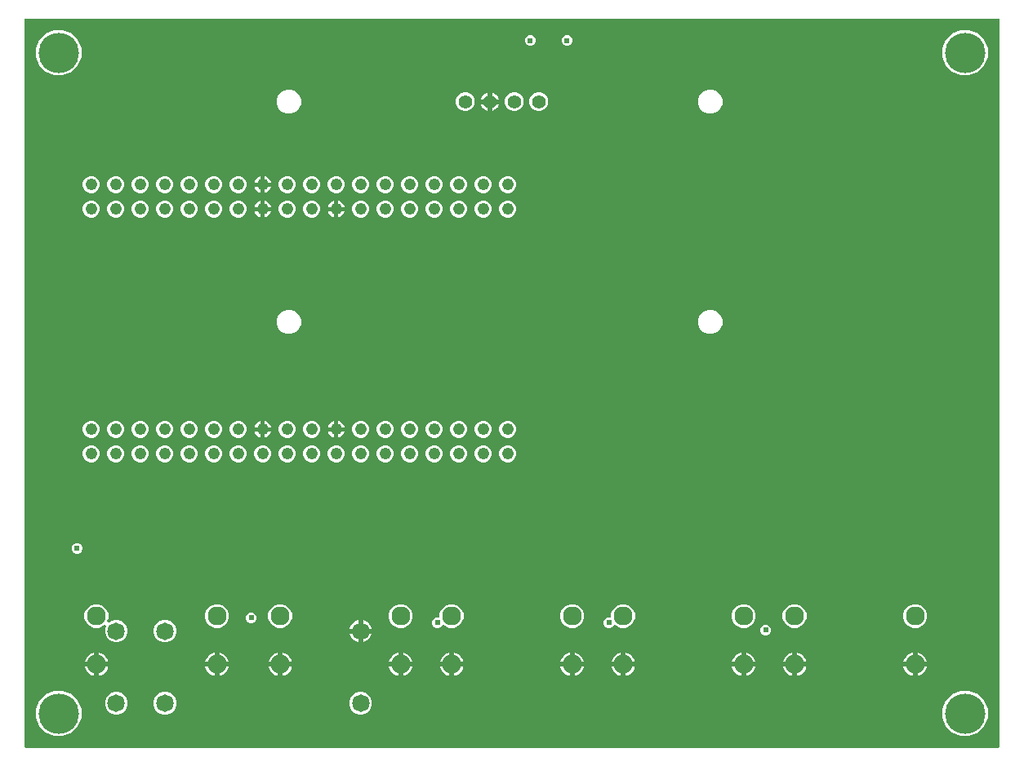
<source format=gbr>
G04 EAGLE Gerber RS-274X export*
G75*
%MOMM*%
%FSLAX34Y34*%
%LPD*%
%INCopper Layer 2*%
%IPPOS*%
%AMOC8*
5,1,8,0,0,1.08239X$1,22.5*%
G01*
%ADD10C,1.820000*%
%ADD11C,4.191000*%
%ADD12C,1.960000*%
%ADD13C,1.422400*%
%ADD14C,1.244600*%
%ADD15C,0.609600*%

G36*
X1012308Y2556D02*
X1012308Y2556D01*
X1012427Y2563D01*
X1012465Y2576D01*
X1012506Y2581D01*
X1012616Y2624D01*
X1012729Y2661D01*
X1012764Y2683D01*
X1012801Y2698D01*
X1012897Y2767D01*
X1012998Y2831D01*
X1013026Y2861D01*
X1013059Y2884D01*
X1013135Y2976D01*
X1013216Y3063D01*
X1013236Y3098D01*
X1013261Y3129D01*
X1013312Y3237D01*
X1013370Y3341D01*
X1013380Y3381D01*
X1013397Y3417D01*
X1013419Y3534D01*
X1013449Y3649D01*
X1013453Y3709D01*
X1013457Y3729D01*
X1013455Y3750D01*
X1013459Y3810D01*
X1013459Y758190D01*
X1013444Y758308D01*
X1013437Y758427D01*
X1013424Y758465D01*
X1013419Y758506D01*
X1013376Y758616D01*
X1013339Y758729D01*
X1013317Y758764D01*
X1013302Y758801D01*
X1013233Y758897D01*
X1013169Y758998D01*
X1013139Y759026D01*
X1013116Y759059D01*
X1013024Y759135D01*
X1012937Y759216D01*
X1012902Y759236D01*
X1012871Y759261D01*
X1012763Y759312D01*
X1012659Y759370D01*
X1012619Y759380D01*
X1012583Y759397D01*
X1012466Y759419D01*
X1012351Y759449D01*
X1012291Y759453D01*
X1012271Y759457D01*
X1012250Y759455D01*
X1012190Y759459D01*
X3810Y759459D01*
X3692Y759444D01*
X3573Y759437D01*
X3535Y759424D01*
X3494Y759419D01*
X3384Y759376D01*
X3271Y759339D01*
X3236Y759317D01*
X3199Y759302D01*
X3103Y759233D01*
X3002Y759169D01*
X2974Y759139D01*
X2941Y759116D01*
X2865Y759024D01*
X2784Y758937D01*
X2764Y758902D01*
X2739Y758871D01*
X2688Y758763D01*
X2630Y758659D01*
X2620Y758619D01*
X2603Y758583D01*
X2581Y758466D01*
X2551Y758351D01*
X2547Y758291D01*
X2543Y758271D01*
X2545Y758250D01*
X2541Y758190D01*
X2541Y3810D01*
X2556Y3692D01*
X2563Y3573D01*
X2576Y3535D01*
X2581Y3494D01*
X2624Y3384D01*
X2661Y3271D01*
X2683Y3236D01*
X2698Y3199D01*
X2767Y3103D01*
X2831Y3002D01*
X2861Y2974D01*
X2884Y2941D01*
X2976Y2865D01*
X3063Y2784D01*
X3098Y2764D01*
X3129Y2739D01*
X3237Y2688D01*
X3341Y2630D01*
X3381Y2620D01*
X3417Y2603D01*
X3534Y2581D01*
X3649Y2551D01*
X3709Y2547D01*
X3729Y2543D01*
X3750Y2545D01*
X3810Y2541D01*
X1012190Y2541D01*
X1012308Y2556D01*
G37*
%LPC*%
G36*
X973226Y700404D02*
X973226Y700404D01*
X964591Y703981D01*
X957981Y710591D01*
X954404Y719226D01*
X954404Y728574D01*
X957981Y737209D01*
X964591Y743819D01*
X973226Y747396D01*
X982574Y747396D01*
X991209Y743819D01*
X997819Y737209D01*
X1001396Y728574D01*
X1001396Y719226D01*
X997819Y710591D01*
X991209Y703981D01*
X982574Y700404D01*
X973226Y700404D01*
G37*
%LPD*%
%LPC*%
G36*
X33426Y700404D02*
X33426Y700404D01*
X24791Y703981D01*
X18181Y710591D01*
X14604Y719226D01*
X14604Y728574D01*
X18181Y737209D01*
X24791Y743819D01*
X33426Y747396D01*
X42774Y747396D01*
X51409Y743819D01*
X58019Y737209D01*
X61596Y728574D01*
X61596Y719226D01*
X58019Y710591D01*
X51409Y703981D01*
X42774Y700404D01*
X33426Y700404D01*
G37*
%LPD*%
%LPC*%
G36*
X33426Y14604D02*
X33426Y14604D01*
X24791Y18181D01*
X18181Y24791D01*
X14604Y33426D01*
X14604Y42774D01*
X18181Y51409D01*
X24791Y58019D01*
X33426Y61596D01*
X42774Y61596D01*
X51409Y58019D01*
X58019Y51409D01*
X61596Y42774D01*
X61596Y33426D01*
X58019Y24791D01*
X51409Y18181D01*
X42774Y14604D01*
X33426Y14604D01*
G37*
%LPD*%
%LPC*%
G36*
X973226Y14604D02*
X973226Y14604D01*
X964591Y18181D01*
X957981Y24791D01*
X954404Y33426D01*
X954404Y42774D01*
X957981Y51409D01*
X964591Y58019D01*
X973226Y61596D01*
X982574Y61596D01*
X991209Y58019D01*
X997819Y51409D01*
X1001396Y42774D01*
X1001396Y33426D01*
X997819Y24791D01*
X991209Y18181D01*
X982574Y14604D01*
X973226Y14604D01*
G37*
%LPD*%
%LPC*%
G36*
X95484Y112059D02*
X95484Y112059D01*
X91206Y113831D01*
X87931Y117106D01*
X86159Y121384D01*
X86159Y126015D01*
X87105Y128300D01*
X87124Y128367D01*
X87152Y128431D01*
X87166Y128520D01*
X87189Y128606D01*
X87190Y128676D01*
X87201Y128745D01*
X87193Y128835D01*
X87194Y128924D01*
X87178Y128992D01*
X87172Y129062D01*
X87141Y129146D01*
X87120Y129234D01*
X87088Y129295D01*
X87064Y129361D01*
X87014Y129435D01*
X86972Y129515D01*
X86925Y129566D01*
X86885Y129624D01*
X86818Y129684D01*
X86758Y129750D01*
X86699Y129788D01*
X86647Y129835D01*
X86567Y129875D01*
X86492Y129925D01*
X86426Y129947D01*
X86364Y129979D01*
X86276Y129999D01*
X86191Y130028D01*
X86122Y130034D01*
X86053Y130049D01*
X85964Y130046D01*
X85874Y130053D01*
X85805Y130041D01*
X85736Y130039D01*
X85649Y130014D01*
X85561Y129999D01*
X85497Y129970D01*
X85430Y129951D01*
X85353Y129905D01*
X85271Y129868D01*
X85216Y129825D01*
X85156Y129789D01*
X85035Y129683D01*
X84190Y128838D01*
X79655Y126959D01*
X74745Y126959D01*
X70210Y128838D01*
X66738Y132310D01*
X64859Y136845D01*
X64859Y141755D01*
X66738Y146290D01*
X70210Y149762D01*
X74745Y151641D01*
X79655Y151641D01*
X84190Y149762D01*
X87662Y146290D01*
X89541Y141755D01*
X89541Y136845D01*
X88488Y134304D01*
X88470Y134237D01*
X88442Y134172D01*
X88428Y134084D01*
X88404Y133997D01*
X88403Y133927D01*
X88392Y133858D01*
X88400Y133769D01*
X88399Y133679D01*
X88415Y133611D01*
X88422Y133542D01*
X88452Y133457D01*
X88473Y133370D01*
X88506Y133308D01*
X88529Y133242D01*
X88580Y133168D01*
X88622Y133089D01*
X88669Y133037D01*
X88708Y132979D01*
X88775Y132920D01*
X88836Y132853D01*
X88894Y132815D01*
X88946Y132769D01*
X89026Y132728D01*
X89102Y132679D01*
X89168Y132656D01*
X89230Y132624D01*
X89317Y132605D01*
X89402Y132575D01*
X89472Y132570D01*
X89540Y132555D01*
X89630Y132557D01*
X89719Y132550D01*
X89788Y132562D01*
X89858Y132564D01*
X89944Y132589D01*
X90033Y132605D01*
X90096Y132633D01*
X90163Y132653D01*
X90241Y132698D01*
X90323Y132735D01*
X90377Y132779D01*
X90437Y132814D01*
X90558Y132921D01*
X91206Y133569D01*
X95484Y135341D01*
X100116Y135341D01*
X104394Y133569D01*
X107669Y130294D01*
X109441Y126016D01*
X109441Y121384D01*
X107669Y117106D01*
X104394Y113831D01*
X100116Y112059D01*
X95484Y112059D01*
G37*
%LPD*%
%LPC*%
G36*
X429632Y126705D02*
X429632Y126705D01*
X427578Y127556D01*
X426006Y129128D01*
X425155Y131182D01*
X425155Y133406D01*
X426006Y135460D01*
X427578Y137032D01*
X429632Y137883D01*
X431890Y137883D01*
X432008Y137898D01*
X432127Y137905D01*
X432165Y137918D01*
X432206Y137923D01*
X432316Y137966D01*
X432429Y138003D01*
X432464Y138025D01*
X432501Y138040D01*
X432597Y138110D01*
X432698Y138173D01*
X432726Y138203D01*
X432759Y138226D01*
X432835Y138318D01*
X432916Y138405D01*
X432936Y138440D01*
X432961Y138471D01*
X433012Y138579D01*
X433070Y138683D01*
X433080Y138723D01*
X433097Y138759D01*
X433119Y138876D01*
X433149Y138991D01*
X433153Y139052D01*
X433157Y139072D01*
X433155Y139092D01*
X433159Y139152D01*
X433159Y141755D01*
X435038Y146290D01*
X438510Y149762D01*
X443045Y151641D01*
X447955Y151641D01*
X452490Y149762D01*
X455962Y146290D01*
X457841Y141755D01*
X457841Y136845D01*
X455962Y132310D01*
X452490Y128838D01*
X447955Y126959D01*
X443045Y126959D01*
X438510Y128838D01*
X437627Y129721D01*
X437588Y129751D01*
X437554Y129788D01*
X437462Y129848D01*
X437376Y129916D01*
X437330Y129935D01*
X437288Y129963D01*
X437185Y129998D01*
X437084Y130042D01*
X437035Y130050D01*
X436988Y130066D01*
X436878Y130075D01*
X436770Y130092D01*
X436720Y130087D01*
X436671Y130091D01*
X436563Y130072D01*
X436453Y130062D01*
X436406Y130045D01*
X436357Y130037D01*
X436257Y129992D01*
X436154Y129954D01*
X436113Y129927D01*
X436067Y129906D01*
X435981Y129837D01*
X435891Y129776D01*
X435858Y129739D01*
X435819Y129708D01*
X435753Y129620D01*
X435680Y129537D01*
X435658Y129493D01*
X435628Y129453D01*
X435557Y129309D01*
X435482Y129128D01*
X433910Y127556D01*
X431856Y126705D01*
X429632Y126705D01*
G37*
%LPD*%
%LPC*%
G36*
X607432Y126705D02*
X607432Y126705D01*
X605378Y127556D01*
X603806Y129128D01*
X602955Y131182D01*
X602955Y133406D01*
X603806Y135460D01*
X605378Y137032D01*
X607432Y137883D01*
X609690Y137883D01*
X609808Y137898D01*
X609927Y137905D01*
X609965Y137918D01*
X610006Y137923D01*
X610116Y137966D01*
X610229Y138003D01*
X610264Y138025D01*
X610301Y138040D01*
X610397Y138110D01*
X610498Y138173D01*
X610526Y138203D01*
X610559Y138226D01*
X610635Y138318D01*
X610716Y138405D01*
X610736Y138440D01*
X610761Y138471D01*
X610812Y138579D01*
X610870Y138683D01*
X610880Y138723D01*
X610897Y138759D01*
X610919Y138876D01*
X610949Y138991D01*
X610953Y139052D01*
X610957Y139072D01*
X610955Y139092D01*
X610959Y139152D01*
X610959Y141755D01*
X612838Y146290D01*
X616310Y149762D01*
X620845Y151641D01*
X625755Y151641D01*
X630290Y149762D01*
X633762Y146290D01*
X635641Y141755D01*
X635641Y136845D01*
X633762Y132310D01*
X630290Y128838D01*
X625755Y126959D01*
X620845Y126959D01*
X616310Y128838D01*
X615427Y129721D01*
X615388Y129751D01*
X615354Y129788D01*
X615262Y129848D01*
X615176Y129916D01*
X615130Y129935D01*
X615088Y129963D01*
X614985Y129998D01*
X614884Y130042D01*
X614835Y130050D01*
X614788Y130066D01*
X614678Y130075D01*
X614570Y130092D01*
X614520Y130087D01*
X614471Y130091D01*
X614363Y130072D01*
X614253Y130062D01*
X614206Y130045D01*
X614157Y130037D01*
X614057Y129992D01*
X613954Y129954D01*
X613913Y129927D01*
X613867Y129906D01*
X613781Y129837D01*
X613691Y129776D01*
X613658Y129739D01*
X613619Y129708D01*
X613553Y129620D01*
X613480Y129537D01*
X613458Y129493D01*
X613428Y129453D01*
X613357Y129309D01*
X613282Y129128D01*
X611710Y127556D01*
X609656Y126705D01*
X607432Y126705D01*
G37*
%LPD*%
%LPC*%
G36*
X711245Y660559D02*
X711245Y660559D01*
X706636Y662468D01*
X703108Y665996D01*
X701199Y670605D01*
X701199Y675595D01*
X703108Y680204D01*
X706636Y683732D01*
X711245Y685641D01*
X716235Y685641D01*
X720844Y683732D01*
X724372Y680204D01*
X726281Y675595D01*
X726281Y670605D01*
X724372Y665996D01*
X720844Y662468D01*
X716235Y660559D01*
X711245Y660559D01*
G37*
%LPD*%
%LPC*%
G36*
X274365Y660559D02*
X274365Y660559D01*
X269756Y662468D01*
X266228Y665996D01*
X264319Y670605D01*
X264319Y675595D01*
X266228Y680204D01*
X269756Y683732D01*
X274365Y685641D01*
X279355Y685641D01*
X283964Y683732D01*
X287492Y680204D01*
X289401Y675595D01*
X289401Y670605D01*
X287492Y665996D01*
X283964Y662468D01*
X279355Y660559D01*
X274365Y660559D01*
G37*
%LPD*%
%LPC*%
G36*
X711245Y431959D02*
X711245Y431959D01*
X706636Y433868D01*
X703108Y437396D01*
X701199Y442005D01*
X701199Y446995D01*
X703108Y451604D01*
X706636Y455132D01*
X711245Y457041D01*
X716235Y457041D01*
X720844Y455132D01*
X724372Y451604D01*
X726281Y446995D01*
X726281Y442005D01*
X724372Y437396D01*
X720844Y433868D01*
X716235Y431959D01*
X711245Y431959D01*
G37*
%LPD*%
%LPC*%
G36*
X274365Y431959D02*
X274365Y431959D01*
X269756Y433868D01*
X266228Y437396D01*
X264319Y442005D01*
X264319Y446995D01*
X266228Y451604D01*
X269756Y455132D01*
X274365Y457041D01*
X279355Y457041D01*
X283964Y455132D01*
X287492Y451604D01*
X289401Y446995D01*
X289401Y442005D01*
X287492Y437396D01*
X283964Y433868D01*
X279355Y431959D01*
X274365Y431959D01*
G37*
%LPD*%
%LPC*%
G36*
X265245Y126959D02*
X265245Y126959D01*
X260710Y128838D01*
X257238Y132310D01*
X255359Y136845D01*
X255359Y141755D01*
X257238Y146290D01*
X260710Y149762D01*
X265245Y151641D01*
X270155Y151641D01*
X274690Y149762D01*
X278162Y146290D01*
X280041Y141755D01*
X280041Y136845D01*
X278162Y132310D01*
X274690Y128838D01*
X270155Y126959D01*
X265245Y126959D01*
G37*
%LPD*%
%LPC*%
G36*
X568045Y126959D02*
X568045Y126959D01*
X563510Y128838D01*
X560038Y132310D01*
X558159Y136845D01*
X558159Y141755D01*
X560038Y146290D01*
X563510Y149762D01*
X568045Y151641D01*
X572955Y151641D01*
X577490Y149762D01*
X580962Y146290D01*
X582841Y141755D01*
X582841Y136845D01*
X580962Y132310D01*
X577490Y128838D01*
X572955Y126959D01*
X568045Y126959D01*
G37*
%LPD*%
%LPC*%
G36*
X745845Y126959D02*
X745845Y126959D01*
X741310Y128838D01*
X737838Y132310D01*
X735959Y136845D01*
X735959Y141755D01*
X737838Y146290D01*
X741310Y149762D01*
X745845Y151641D01*
X750755Y151641D01*
X755290Y149762D01*
X758762Y146290D01*
X760641Y141755D01*
X760641Y136845D01*
X758762Y132310D01*
X755290Y128838D01*
X750755Y126959D01*
X745845Y126959D01*
G37*
%LPD*%
%LPC*%
G36*
X390245Y126959D02*
X390245Y126959D01*
X385710Y128838D01*
X382238Y132310D01*
X380359Y136845D01*
X380359Y141755D01*
X382238Y146290D01*
X385710Y149762D01*
X390245Y151641D01*
X395155Y151641D01*
X399690Y149762D01*
X403162Y146290D01*
X405041Y141755D01*
X405041Y136845D01*
X403162Y132310D01*
X399690Y128838D01*
X395155Y126959D01*
X390245Y126959D01*
G37*
%LPD*%
%LPC*%
G36*
X798645Y126959D02*
X798645Y126959D01*
X794110Y128838D01*
X790638Y132310D01*
X788759Y136845D01*
X788759Y141755D01*
X790638Y146290D01*
X794110Y149762D01*
X798645Y151641D01*
X803555Y151641D01*
X808090Y149762D01*
X811562Y146290D01*
X813441Y141755D01*
X813441Y136845D01*
X811562Y132310D01*
X808090Y128838D01*
X803555Y126959D01*
X798645Y126959D01*
G37*
%LPD*%
%LPC*%
G36*
X923645Y126959D02*
X923645Y126959D01*
X919110Y128838D01*
X915638Y132310D01*
X913759Y136845D01*
X913759Y141755D01*
X915638Y146290D01*
X919110Y149762D01*
X923645Y151641D01*
X928555Y151641D01*
X933090Y149762D01*
X936562Y146290D01*
X938441Y141755D01*
X938441Y136845D01*
X936562Y132310D01*
X933090Y128838D01*
X928555Y126959D01*
X923645Y126959D01*
G37*
%LPD*%
%LPC*%
G36*
X199745Y126959D02*
X199745Y126959D01*
X195210Y128838D01*
X191738Y132310D01*
X189859Y136845D01*
X189859Y141755D01*
X191738Y146290D01*
X195210Y149762D01*
X199745Y151641D01*
X204655Y151641D01*
X209190Y149762D01*
X212662Y146290D01*
X214541Y141755D01*
X214541Y136845D01*
X212662Y132310D01*
X209190Y128838D01*
X204655Y126959D01*
X199745Y126959D01*
G37*
%LPD*%
%LPC*%
G36*
X95484Y37059D02*
X95484Y37059D01*
X91206Y38831D01*
X87931Y42106D01*
X86159Y46384D01*
X86159Y51016D01*
X87931Y55294D01*
X91206Y58569D01*
X95484Y60341D01*
X100116Y60341D01*
X104394Y58569D01*
X107669Y55294D01*
X109441Y51016D01*
X109441Y46384D01*
X107669Y42106D01*
X104394Y38831D01*
X100116Y37059D01*
X95484Y37059D01*
G37*
%LPD*%
%LPC*%
G36*
X145884Y37059D02*
X145884Y37059D01*
X141606Y38831D01*
X138331Y42106D01*
X136559Y46384D01*
X136559Y51016D01*
X138331Y55294D01*
X141606Y58569D01*
X145884Y60341D01*
X150516Y60341D01*
X154794Y58569D01*
X158069Y55294D01*
X159841Y51016D01*
X159841Y46384D01*
X158069Y42106D01*
X154794Y38831D01*
X150516Y37059D01*
X145884Y37059D01*
G37*
%LPD*%
%LPC*%
G36*
X348884Y37059D02*
X348884Y37059D01*
X344606Y38831D01*
X341331Y42106D01*
X339559Y46384D01*
X339559Y51016D01*
X341331Y55294D01*
X344606Y58569D01*
X348884Y60341D01*
X353516Y60341D01*
X357794Y58569D01*
X361069Y55294D01*
X362841Y51016D01*
X362841Y46384D01*
X361069Y42106D01*
X357794Y38831D01*
X353516Y37059D01*
X348884Y37059D01*
G37*
%LPD*%
%LPC*%
G36*
X145884Y112059D02*
X145884Y112059D01*
X141606Y113831D01*
X138331Y117106D01*
X136559Y121384D01*
X136559Y126016D01*
X138331Y130294D01*
X141606Y133569D01*
X145884Y135341D01*
X150516Y135341D01*
X154794Y133569D01*
X158069Y130294D01*
X159841Y126016D01*
X159841Y121384D01*
X158069Y117106D01*
X154794Y113831D01*
X150516Y112059D01*
X145884Y112059D01*
G37*
%LPD*%
%LPC*%
G36*
X534020Y663447D02*
X534020Y663447D01*
X530472Y664917D01*
X527757Y667632D01*
X526287Y671180D01*
X526287Y675020D01*
X527757Y678568D01*
X530472Y681283D01*
X534020Y682753D01*
X537860Y682753D01*
X541408Y681283D01*
X544123Y678568D01*
X545593Y675020D01*
X545593Y671180D01*
X544123Y667632D01*
X541408Y664917D01*
X537860Y663447D01*
X534020Y663447D01*
G37*
%LPD*%
%LPC*%
G36*
X508620Y663447D02*
X508620Y663447D01*
X505072Y664917D01*
X502357Y667632D01*
X500887Y671180D01*
X500887Y675020D01*
X502357Y678568D01*
X505072Y681283D01*
X508620Y682753D01*
X512460Y682753D01*
X516008Y681283D01*
X518723Y678568D01*
X520193Y675020D01*
X520193Y671180D01*
X518723Y667632D01*
X516008Y664917D01*
X512460Y663447D01*
X508620Y663447D01*
G37*
%LPD*%
%LPC*%
G36*
X457820Y663447D02*
X457820Y663447D01*
X454272Y664917D01*
X451557Y667632D01*
X450087Y671180D01*
X450087Y675020D01*
X451557Y678568D01*
X454272Y681283D01*
X457820Y682753D01*
X461660Y682753D01*
X465208Y681283D01*
X467923Y678568D01*
X469393Y675020D01*
X469393Y671180D01*
X467923Y667632D01*
X465208Y664917D01*
X461660Y663447D01*
X457820Y663447D01*
G37*
%LPD*%
%LPC*%
G36*
X374857Y298836D02*
X374857Y298836D01*
X371636Y300170D01*
X369170Y302636D01*
X367836Y305857D01*
X367836Y309343D01*
X369170Y312564D01*
X371636Y315030D01*
X374857Y316364D01*
X378343Y316364D01*
X381564Y315030D01*
X384030Y312564D01*
X385364Y309343D01*
X385364Y305857D01*
X384030Y302636D01*
X381564Y300170D01*
X378343Y298836D01*
X374857Y298836D01*
G37*
%LPD*%
%LPC*%
G36*
X349457Y298836D02*
X349457Y298836D01*
X346236Y300170D01*
X343770Y302636D01*
X342436Y305857D01*
X342436Y309343D01*
X343770Y312564D01*
X346236Y315030D01*
X349457Y316364D01*
X352943Y316364D01*
X356164Y315030D01*
X358630Y312564D01*
X359964Y309343D01*
X359964Y305857D01*
X358630Y302636D01*
X356164Y300170D01*
X352943Y298836D01*
X349457Y298836D01*
G37*
%LPD*%
%LPC*%
G36*
X324057Y298836D02*
X324057Y298836D01*
X320836Y300170D01*
X318370Y302636D01*
X317036Y305857D01*
X317036Y309343D01*
X318370Y312564D01*
X320836Y315030D01*
X324057Y316364D01*
X327543Y316364D01*
X330764Y315030D01*
X333230Y312564D01*
X334564Y309343D01*
X334564Y305857D01*
X333230Y302636D01*
X330764Y300170D01*
X327543Y298836D01*
X324057Y298836D01*
G37*
%LPD*%
%LPC*%
G36*
X298657Y298836D02*
X298657Y298836D01*
X295436Y300170D01*
X292970Y302636D01*
X291636Y305857D01*
X291636Y309343D01*
X292970Y312564D01*
X295436Y315030D01*
X298657Y316364D01*
X302143Y316364D01*
X305364Y315030D01*
X307830Y312564D01*
X309164Y309343D01*
X309164Y305857D01*
X307830Y302636D01*
X305364Y300170D01*
X302143Y298836D01*
X298657Y298836D01*
G37*
%LPD*%
%LPC*%
G36*
X273257Y298836D02*
X273257Y298836D01*
X270036Y300170D01*
X267570Y302636D01*
X266236Y305857D01*
X266236Y309343D01*
X267570Y312564D01*
X270036Y315030D01*
X273257Y316364D01*
X276743Y316364D01*
X279964Y315030D01*
X282430Y312564D01*
X283764Y309343D01*
X283764Y305857D01*
X282430Y302636D01*
X279964Y300170D01*
X276743Y298836D01*
X273257Y298836D01*
G37*
%LPD*%
%LPC*%
G36*
X247857Y298836D02*
X247857Y298836D01*
X244636Y300170D01*
X242170Y302636D01*
X240836Y305857D01*
X240836Y309343D01*
X242170Y312564D01*
X244636Y315030D01*
X247857Y316364D01*
X251343Y316364D01*
X254564Y315030D01*
X257030Y312564D01*
X258364Y309343D01*
X258364Y305857D01*
X257030Y302636D01*
X254564Y300170D01*
X251343Y298836D01*
X247857Y298836D01*
G37*
%LPD*%
%LPC*%
G36*
X222457Y298836D02*
X222457Y298836D01*
X219236Y300170D01*
X216770Y302636D01*
X215436Y305857D01*
X215436Y309343D01*
X216770Y312564D01*
X219236Y315030D01*
X222457Y316364D01*
X225943Y316364D01*
X229164Y315030D01*
X231630Y312564D01*
X232964Y309343D01*
X232964Y305857D01*
X231630Y302636D01*
X229164Y300170D01*
X225943Y298836D01*
X222457Y298836D01*
G37*
%LPD*%
%LPC*%
G36*
X95457Y578236D02*
X95457Y578236D01*
X92236Y579570D01*
X89770Y582036D01*
X88436Y585257D01*
X88436Y588743D01*
X89770Y591964D01*
X92236Y594430D01*
X95457Y595764D01*
X98943Y595764D01*
X102164Y594430D01*
X104630Y591964D01*
X105964Y588743D01*
X105964Y585257D01*
X104630Y582036D01*
X102164Y579570D01*
X98943Y578236D01*
X95457Y578236D01*
G37*
%LPD*%
%LPC*%
G36*
X70057Y578236D02*
X70057Y578236D01*
X66836Y579570D01*
X64370Y582036D01*
X63036Y585257D01*
X63036Y588743D01*
X64370Y591964D01*
X66836Y594430D01*
X70057Y595764D01*
X73543Y595764D01*
X76764Y594430D01*
X79230Y591964D01*
X80564Y588743D01*
X80564Y585257D01*
X79230Y582036D01*
X76764Y579570D01*
X73543Y578236D01*
X70057Y578236D01*
G37*
%LPD*%
%LPC*%
G36*
X501857Y578236D02*
X501857Y578236D01*
X498636Y579570D01*
X496170Y582036D01*
X494836Y585257D01*
X494836Y588743D01*
X496170Y591964D01*
X498636Y594430D01*
X501857Y595764D01*
X505343Y595764D01*
X508564Y594430D01*
X511030Y591964D01*
X512364Y588743D01*
X512364Y585257D01*
X511030Y582036D01*
X508564Y579570D01*
X505343Y578236D01*
X501857Y578236D01*
G37*
%LPD*%
%LPC*%
G36*
X476457Y578236D02*
X476457Y578236D01*
X473236Y579570D01*
X470770Y582036D01*
X469436Y585257D01*
X469436Y588743D01*
X470770Y591964D01*
X473236Y594430D01*
X476457Y595764D01*
X479943Y595764D01*
X483164Y594430D01*
X485630Y591964D01*
X486964Y588743D01*
X486964Y585257D01*
X485630Y582036D01*
X483164Y579570D01*
X479943Y578236D01*
X476457Y578236D01*
G37*
%LPD*%
%LPC*%
G36*
X451057Y578236D02*
X451057Y578236D01*
X447836Y579570D01*
X445370Y582036D01*
X444036Y585257D01*
X444036Y588743D01*
X445370Y591964D01*
X447836Y594430D01*
X451057Y595764D01*
X454543Y595764D01*
X457764Y594430D01*
X460230Y591964D01*
X461564Y588743D01*
X461564Y585257D01*
X460230Y582036D01*
X457764Y579570D01*
X454543Y578236D01*
X451057Y578236D01*
G37*
%LPD*%
%LPC*%
G36*
X425657Y578236D02*
X425657Y578236D01*
X422436Y579570D01*
X419970Y582036D01*
X418636Y585257D01*
X418636Y588743D01*
X419970Y591964D01*
X422436Y594430D01*
X425657Y595764D01*
X429143Y595764D01*
X432364Y594430D01*
X434830Y591964D01*
X436164Y588743D01*
X436164Y585257D01*
X434830Y582036D01*
X432364Y579570D01*
X429143Y578236D01*
X425657Y578236D01*
G37*
%LPD*%
%LPC*%
G36*
X400257Y578236D02*
X400257Y578236D01*
X397036Y579570D01*
X394570Y582036D01*
X393236Y585257D01*
X393236Y588743D01*
X394570Y591964D01*
X397036Y594430D01*
X400257Y595764D01*
X403743Y595764D01*
X406964Y594430D01*
X409430Y591964D01*
X410764Y588743D01*
X410764Y585257D01*
X409430Y582036D01*
X406964Y579570D01*
X403743Y578236D01*
X400257Y578236D01*
G37*
%LPD*%
%LPC*%
G36*
X374857Y578236D02*
X374857Y578236D01*
X371636Y579570D01*
X369170Y582036D01*
X367836Y585257D01*
X367836Y588743D01*
X369170Y591964D01*
X371636Y594430D01*
X374857Y595764D01*
X378343Y595764D01*
X381564Y594430D01*
X384030Y591964D01*
X385364Y588743D01*
X385364Y585257D01*
X384030Y582036D01*
X381564Y579570D01*
X378343Y578236D01*
X374857Y578236D01*
G37*
%LPD*%
%LPC*%
G36*
X349457Y578236D02*
X349457Y578236D01*
X346236Y579570D01*
X343770Y582036D01*
X342436Y585257D01*
X342436Y588743D01*
X343770Y591964D01*
X346236Y594430D01*
X349457Y595764D01*
X352943Y595764D01*
X356164Y594430D01*
X358630Y591964D01*
X359964Y588743D01*
X359964Y585257D01*
X358630Y582036D01*
X356164Y579570D01*
X352943Y578236D01*
X349457Y578236D01*
G37*
%LPD*%
%LPC*%
G36*
X324057Y578236D02*
X324057Y578236D01*
X320836Y579570D01*
X318370Y582036D01*
X317036Y585257D01*
X317036Y588743D01*
X318370Y591964D01*
X320836Y594430D01*
X324057Y595764D01*
X327543Y595764D01*
X330764Y594430D01*
X333230Y591964D01*
X334564Y588743D01*
X334564Y585257D01*
X333230Y582036D01*
X330764Y579570D01*
X327543Y578236D01*
X324057Y578236D01*
G37*
%LPD*%
%LPC*%
G36*
X298657Y578236D02*
X298657Y578236D01*
X295436Y579570D01*
X292970Y582036D01*
X291636Y585257D01*
X291636Y588743D01*
X292970Y591964D01*
X295436Y594430D01*
X298657Y595764D01*
X302143Y595764D01*
X305364Y594430D01*
X307830Y591964D01*
X309164Y588743D01*
X309164Y585257D01*
X307830Y582036D01*
X305364Y579570D01*
X302143Y578236D01*
X298657Y578236D01*
G37*
%LPD*%
%LPC*%
G36*
X273257Y578236D02*
X273257Y578236D01*
X270036Y579570D01*
X267570Y582036D01*
X266236Y585257D01*
X266236Y588743D01*
X267570Y591964D01*
X270036Y594430D01*
X273257Y595764D01*
X276743Y595764D01*
X279964Y594430D01*
X282430Y591964D01*
X283764Y588743D01*
X283764Y585257D01*
X282430Y582036D01*
X279964Y579570D01*
X276743Y578236D01*
X273257Y578236D01*
G37*
%LPD*%
%LPC*%
G36*
X222457Y578236D02*
X222457Y578236D01*
X219236Y579570D01*
X216770Y582036D01*
X215436Y585257D01*
X215436Y588743D01*
X216770Y591964D01*
X219236Y594430D01*
X222457Y595764D01*
X225943Y595764D01*
X229164Y594430D01*
X231630Y591964D01*
X232964Y588743D01*
X232964Y585257D01*
X231630Y582036D01*
X229164Y579570D01*
X225943Y578236D01*
X222457Y578236D01*
G37*
%LPD*%
%LPC*%
G36*
X197057Y578236D02*
X197057Y578236D01*
X193836Y579570D01*
X191370Y582036D01*
X190036Y585257D01*
X190036Y588743D01*
X191370Y591964D01*
X193836Y594430D01*
X197057Y595764D01*
X200543Y595764D01*
X203764Y594430D01*
X206230Y591964D01*
X207564Y588743D01*
X207564Y585257D01*
X206230Y582036D01*
X203764Y579570D01*
X200543Y578236D01*
X197057Y578236D01*
G37*
%LPD*%
%LPC*%
G36*
X171657Y578236D02*
X171657Y578236D01*
X168436Y579570D01*
X165970Y582036D01*
X164636Y585257D01*
X164636Y588743D01*
X165970Y591964D01*
X168436Y594430D01*
X171657Y595764D01*
X175143Y595764D01*
X178364Y594430D01*
X180830Y591964D01*
X182164Y588743D01*
X182164Y585257D01*
X180830Y582036D01*
X178364Y579570D01*
X175143Y578236D01*
X171657Y578236D01*
G37*
%LPD*%
%LPC*%
G36*
X146257Y578236D02*
X146257Y578236D01*
X143036Y579570D01*
X140570Y582036D01*
X139236Y585257D01*
X139236Y588743D01*
X140570Y591964D01*
X143036Y594430D01*
X146257Y595764D01*
X149743Y595764D01*
X152964Y594430D01*
X155430Y591964D01*
X156764Y588743D01*
X156764Y585257D01*
X155430Y582036D01*
X152964Y579570D01*
X149743Y578236D01*
X146257Y578236D01*
G37*
%LPD*%
%LPC*%
G36*
X120857Y578236D02*
X120857Y578236D01*
X117636Y579570D01*
X115170Y582036D01*
X113836Y585257D01*
X113836Y588743D01*
X115170Y591964D01*
X117636Y594430D01*
X120857Y595764D01*
X124343Y595764D01*
X127564Y594430D01*
X130030Y591964D01*
X131364Y588743D01*
X131364Y585257D01*
X130030Y582036D01*
X127564Y579570D01*
X124343Y578236D01*
X120857Y578236D01*
G37*
%LPD*%
%LPC*%
G36*
X197057Y298836D02*
X197057Y298836D01*
X193836Y300170D01*
X191370Y302636D01*
X190036Y305857D01*
X190036Y309343D01*
X191370Y312564D01*
X193836Y315030D01*
X197057Y316364D01*
X200543Y316364D01*
X203764Y315030D01*
X206230Y312564D01*
X207564Y309343D01*
X207564Y305857D01*
X206230Y302636D01*
X203764Y300170D01*
X200543Y298836D01*
X197057Y298836D01*
G37*
%LPD*%
%LPC*%
G36*
X171657Y298836D02*
X171657Y298836D01*
X168436Y300170D01*
X165970Y302636D01*
X164636Y305857D01*
X164636Y309343D01*
X165970Y312564D01*
X168436Y315030D01*
X171657Y316364D01*
X175143Y316364D01*
X178364Y315030D01*
X180830Y312564D01*
X182164Y309343D01*
X182164Y305857D01*
X180830Y302636D01*
X178364Y300170D01*
X175143Y298836D01*
X171657Y298836D01*
G37*
%LPD*%
%LPC*%
G36*
X146257Y298836D02*
X146257Y298836D01*
X143036Y300170D01*
X140570Y302636D01*
X139236Y305857D01*
X139236Y309343D01*
X140570Y312564D01*
X143036Y315030D01*
X146257Y316364D01*
X149743Y316364D01*
X152964Y315030D01*
X155430Y312564D01*
X156764Y309343D01*
X156764Y305857D01*
X155430Y302636D01*
X152964Y300170D01*
X149743Y298836D01*
X146257Y298836D01*
G37*
%LPD*%
%LPC*%
G36*
X120857Y298836D02*
X120857Y298836D01*
X117636Y300170D01*
X115170Y302636D01*
X113836Y305857D01*
X113836Y309343D01*
X115170Y312564D01*
X117636Y315030D01*
X120857Y316364D01*
X124343Y316364D01*
X127564Y315030D01*
X130030Y312564D01*
X131364Y309343D01*
X131364Y305857D01*
X130030Y302636D01*
X127564Y300170D01*
X124343Y298836D01*
X120857Y298836D01*
G37*
%LPD*%
%LPC*%
G36*
X95457Y552836D02*
X95457Y552836D01*
X92236Y554170D01*
X89770Y556636D01*
X88436Y559857D01*
X88436Y563343D01*
X89770Y566564D01*
X92236Y569030D01*
X95457Y570364D01*
X98943Y570364D01*
X102164Y569030D01*
X104630Y566564D01*
X105964Y563343D01*
X105964Y559857D01*
X104630Y556636D01*
X102164Y554170D01*
X98943Y552836D01*
X95457Y552836D01*
G37*
%LPD*%
%LPC*%
G36*
X70057Y552836D02*
X70057Y552836D01*
X66836Y554170D01*
X64370Y556636D01*
X63036Y559857D01*
X63036Y563343D01*
X64370Y566564D01*
X66836Y569030D01*
X70057Y570364D01*
X73543Y570364D01*
X76764Y569030D01*
X79230Y566564D01*
X80564Y563343D01*
X80564Y559857D01*
X79230Y556636D01*
X76764Y554170D01*
X73543Y552836D01*
X70057Y552836D01*
G37*
%LPD*%
%LPC*%
G36*
X501857Y552836D02*
X501857Y552836D01*
X498636Y554170D01*
X496170Y556636D01*
X494836Y559857D01*
X494836Y563343D01*
X496170Y566564D01*
X498636Y569030D01*
X501857Y570364D01*
X505343Y570364D01*
X508564Y569030D01*
X511030Y566564D01*
X512364Y563343D01*
X512364Y559857D01*
X511030Y556636D01*
X508564Y554170D01*
X505343Y552836D01*
X501857Y552836D01*
G37*
%LPD*%
%LPC*%
G36*
X476457Y552836D02*
X476457Y552836D01*
X473236Y554170D01*
X470770Y556636D01*
X469436Y559857D01*
X469436Y563343D01*
X470770Y566564D01*
X473236Y569030D01*
X476457Y570364D01*
X479943Y570364D01*
X483164Y569030D01*
X485630Y566564D01*
X486964Y563343D01*
X486964Y559857D01*
X485630Y556636D01*
X483164Y554170D01*
X479943Y552836D01*
X476457Y552836D01*
G37*
%LPD*%
%LPC*%
G36*
X451057Y552836D02*
X451057Y552836D01*
X447836Y554170D01*
X445370Y556636D01*
X444036Y559857D01*
X444036Y563343D01*
X445370Y566564D01*
X447836Y569030D01*
X451057Y570364D01*
X454543Y570364D01*
X457764Y569030D01*
X460230Y566564D01*
X461564Y563343D01*
X461564Y559857D01*
X460230Y556636D01*
X457764Y554170D01*
X454543Y552836D01*
X451057Y552836D01*
G37*
%LPD*%
%LPC*%
G36*
X425657Y552836D02*
X425657Y552836D01*
X422436Y554170D01*
X419970Y556636D01*
X418636Y559857D01*
X418636Y563343D01*
X419970Y566564D01*
X422436Y569030D01*
X425657Y570364D01*
X429143Y570364D01*
X432364Y569030D01*
X434830Y566564D01*
X436164Y563343D01*
X436164Y559857D01*
X434830Y556636D01*
X432364Y554170D01*
X429143Y552836D01*
X425657Y552836D01*
G37*
%LPD*%
%LPC*%
G36*
X400257Y552836D02*
X400257Y552836D01*
X397036Y554170D01*
X394570Y556636D01*
X393236Y559857D01*
X393236Y563343D01*
X394570Y566564D01*
X397036Y569030D01*
X400257Y570364D01*
X403743Y570364D01*
X406964Y569030D01*
X409430Y566564D01*
X410764Y563343D01*
X410764Y559857D01*
X409430Y556636D01*
X406964Y554170D01*
X403743Y552836D01*
X400257Y552836D01*
G37*
%LPD*%
%LPC*%
G36*
X374857Y552836D02*
X374857Y552836D01*
X371636Y554170D01*
X369170Y556636D01*
X367836Y559857D01*
X367836Y563343D01*
X369170Y566564D01*
X371636Y569030D01*
X374857Y570364D01*
X378343Y570364D01*
X381564Y569030D01*
X384030Y566564D01*
X385364Y563343D01*
X385364Y559857D01*
X384030Y556636D01*
X381564Y554170D01*
X378343Y552836D01*
X374857Y552836D01*
G37*
%LPD*%
%LPC*%
G36*
X349457Y552836D02*
X349457Y552836D01*
X346236Y554170D01*
X343770Y556636D01*
X342436Y559857D01*
X342436Y563343D01*
X343770Y566564D01*
X346236Y569030D01*
X349457Y570364D01*
X352943Y570364D01*
X356164Y569030D01*
X358630Y566564D01*
X359964Y563343D01*
X359964Y559857D01*
X358630Y556636D01*
X356164Y554170D01*
X352943Y552836D01*
X349457Y552836D01*
G37*
%LPD*%
%LPC*%
G36*
X298657Y552836D02*
X298657Y552836D01*
X295436Y554170D01*
X292970Y556636D01*
X291636Y559857D01*
X291636Y563343D01*
X292970Y566564D01*
X295436Y569030D01*
X298657Y570364D01*
X302143Y570364D01*
X305364Y569030D01*
X307830Y566564D01*
X309164Y563343D01*
X309164Y559857D01*
X307830Y556636D01*
X305364Y554170D01*
X302143Y552836D01*
X298657Y552836D01*
G37*
%LPD*%
%LPC*%
G36*
X273257Y552836D02*
X273257Y552836D01*
X270036Y554170D01*
X267570Y556636D01*
X266236Y559857D01*
X266236Y563343D01*
X267570Y566564D01*
X270036Y569030D01*
X273257Y570364D01*
X276743Y570364D01*
X279964Y569030D01*
X282430Y566564D01*
X283764Y563343D01*
X283764Y559857D01*
X282430Y556636D01*
X279964Y554170D01*
X276743Y552836D01*
X273257Y552836D01*
G37*
%LPD*%
%LPC*%
G36*
X222457Y552836D02*
X222457Y552836D01*
X219236Y554170D01*
X216770Y556636D01*
X215436Y559857D01*
X215436Y563343D01*
X216770Y566564D01*
X219236Y569030D01*
X222457Y570364D01*
X225943Y570364D01*
X229164Y569030D01*
X231630Y566564D01*
X232964Y563343D01*
X232964Y559857D01*
X231630Y556636D01*
X229164Y554170D01*
X225943Y552836D01*
X222457Y552836D01*
G37*
%LPD*%
%LPC*%
G36*
X197057Y552836D02*
X197057Y552836D01*
X193836Y554170D01*
X191370Y556636D01*
X190036Y559857D01*
X190036Y563343D01*
X191370Y566564D01*
X193836Y569030D01*
X197057Y570364D01*
X200543Y570364D01*
X203764Y569030D01*
X206230Y566564D01*
X207564Y563343D01*
X207564Y559857D01*
X206230Y556636D01*
X203764Y554170D01*
X200543Y552836D01*
X197057Y552836D01*
G37*
%LPD*%
%LPC*%
G36*
X171657Y552836D02*
X171657Y552836D01*
X168436Y554170D01*
X165970Y556636D01*
X164636Y559857D01*
X164636Y563343D01*
X165970Y566564D01*
X168436Y569030D01*
X171657Y570364D01*
X175143Y570364D01*
X178364Y569030D01*
X180830Y566564D01*
X182164Y563343D01*
X182164Y559857D01*
X180830Y556636D01*
X178364Y554170D01*
X175143Y552836D01*
X171657Y552836D01*
G37*
%LPD*%
%LPC*%
G36*
X146257Y552836D02*
X146257Y552836D01*
X143036Y554170D01*
X140570Y556636D01*
X139236Y559857D01*
X139236Y563343D01*
X140570Y566564D01*
X143036Y569030D01*
X146257Y570364D01*
X149743Y570364D01*
X152964Y569030D01*
X155430Y566564D01*
X156764Y563343D01*
X156764Y559857D01*
X155430Y556636D01*
X152964Y554170D01*
X149743Y552836D01*
X146257Y552836D01*
G37*
%LPD*%
%LPC*%
G36*
X120857Y552836D02*
X120857Y552836D01*
X117636Y554170D01*
X115170Y556636D01*
X113836Y559857D01*
X113836Y563343D01*
X115170Y566564D01*
X117636Y569030D01*
X120857Y570364D01*
X124343Y570364D01*
X127564Y569030D01*
X130030Y566564D01*
X131364Y563343D01*
X131364Y559857D01*
X130030Y556636D01*
X127564Y554170D01*
X124343Y552836D01*
X120857Y552836D01*
G37*
%LPD*%
%LPC*%
G36*
X476457Y298836D02*
X476457Y298836D01*
X473236Y300170D01*
X470770Y302636D01*
X469436Y305857D01*
X469436Y309343D01*
X470770Y312564D01*
X473236Y315030D01*
X476457Y316364D01*
X479943Y316364D01*
X483164Y315030D01*
X485630Y312564D01*
X486964Y309343D01*
X486964Y305857D01*
X485630Y302636D01*
X483164Y300170D01*
X479943Y298836D01*
X476457Y298836D01*
G37*
%LPD*%
%LPC*%
G36*
X374857Y324236D02*
X374857Y324236D01*
X371636Y325570D01*
X369170Y328036D01*
X367836Y331257D01*
X367836Y334743D01*
X369170Y337964D01*
X371636Y340430D01*
X374857Y341764D01*
X378343Y341764D01*
X381564Y340430D01*
X384030Y337964D01*
X385364Y334743D01*
X385364Y331257D01*
X384030Y328036D01*
X381564Y325570D01*
X378343Y324236D01*
X374857Y324236D01*
G37*
%LPD*%
%LPC*%
G36*
X349457Y324236D02*
X349457Y324236D01*
X346236Y325570D01*
X343770Y328036D01*
X342436Y331257D01*
X342436Y334743D01*
X343770Y337964D01*
X346236Y340430D01*
X349457Y341764D01*
X352943Y341764D01*
X356164Y340430D01*
X358630Y337964D01*
X359964Y334743D01*
X359964Y331257D01*
X358630Y328036D01*
X356164Y325570D01*
X352943Y324236D01*
X349457Y324236D01*
G37*
%LPD*%
%LPC*%
G36*
X501857Y324236D02*
X501857Y324236D01*
X498636Y325570D01*
X496170Y328036D01*
X494836Y331257D01*
X494836Y334743D01*
X496170Y337964D01*
X498636Y340430D01*
X501857Y341764D01*
X505343Y341764D01*
X508564Y340430D01*
X511030Y337964D01*
X512364Y334743D01*
X512364Y331257D01*
X511030Y328036D01*
X508564Y325570D01*
X505343Y324236D01*
X501857Y324236D01*
G37*
%LPD*%
%LPC*%
G36*
X476457Y324236D02*
X476457Y324236D01*
X473236Y325570D01*
X470770Y328036D01*
X469436Y331257D01*
X469436Y334743D01*
X470770Y337964D01*
X473236Y340430D01*
X476457Y341764D01*
X479943Y341764D01*
X483164Y340430D01*
X485630Y337964D01*
X486964Y334743D01*
X486964Y331257D01*
X485630Y328036D01*
X483164Y325570D01*
X479943Y324236D01*
X476457Y324236D01*
G37*
%LPD*%
%LPC*%
G36*
X451057Y324236D02*
X451057Y324236D01*
X447836Y325570D01*
X445370Y328036D01*
X444036Y331257D01*
X444036Y334743D01*
X445370Y337964D01*
X447836Y340430D01*
X451057Y341764D01*
X454543Y341764D01*
X457764Y340430D01*
X460230Y337964D01*
X461564Y334743D01*
X461564Y331257D01*
X460230Y328036D01*
X457764Y325570D01*
X454543Y324236D01*
X451057Y324236D01*
G37*
%LPD*%
%LPC*%
G36*
X400257Y324236D02*
X400257Y324236D01*
X397036Y325570D01*
X394570Y328036D01*
X393236Y331257D01*
X393236Y334743D01*
X394570Y337964D01*
X397036Y340430D01*
X400257Y341764D01*
X403743Y341764D01*
X406964Y340430D01*
X409430Y337964D01*
X410764Y334743D01*
X410764Y331257D01*
X409430Y328036D01*
X406964Y325570D01*
X403743Y324236D01*
X400257Y324236D01*
G37*
%LPD*%
%LPC*%
G36*
X298657Y324236D02*
X298657Y324236D01*
X295436Y325570D01*
X292970Y328036D01*
X291636Y331257D01*
X291636Y334743D01*
X292970Y337964D01*
X295436Y340430D01*
X298657Y341764D01*
X302143Y341764D01*
X305364Y340430D01*
X307830Y337964D01*
X309164Y334743D01*
X309164Y331257D01*
X307830Y328036D01*
X305364Y325570D01*
X302143Y324236D01*
X298657Y324236D01*
G37*
%LPD*%
%LPC*%
G36*
X273257Y324236D02*
X273257Y324236D01*
X270036Y325570D01*
X267570Y328036D01*
X266236Y331257D01*
X266236Y334743D01*
X267570Y337964D01*
X270036Y340430D01*
X273257Y341764D01*
X276743Y341764D01*
X279964Y340430D01*
X282430Y337964D01*
X283764Y334743D01*
X283764Y331257D01*
X282430Y328036D01*
X279964Y325570D01*
X276743Y324236D01*
X273257Y324236D01*
G37*
%LPD*%
%LPC*%
G36*
X222457Y324236D02*
X222457Y324236D01*
X219236Y325570D01*
X216770Y328036D01*
X215436Y331257D01*
X215436Y334743D01*
X216770Y337964D01*
X219236Y340430D01*
X222457Y341764D01*
X225943Y341764D01*
X229164Y340430D01*
X231630Y337964D01*
X232964Y334743D01*
X232964Y331257D01*
X231630Y328036D01*
X229164Y325570D01*
X225943Y324236D01*
X222457Y324236D01*
G37*
%LPD*%
%LPC*%
G36*
X197057Y324236D02*
X197057Y324236D01*
X193836Y325570D01*
X191370Y328036D01*
X190036Y331257D01*
X190036Y334743D01*
X191370Y337964D01*
X193836Y340430D01*
X197057Y341764D01*
X200543Y341764D01*
X203764Y340430D01*
X206230Y337964D01*
X207564Y334743D01*
X207564Y331257D01*
X206230Y328036D01*
X203764Y325570D01*
X200543Y324236D01*
X197057Y324236D01*
G37*
%LPD*%
%LPC*%
G36*
X171657Y324236D02*
X171657Y324236D01*
X168436Y325570D01*
X165970Y328036D01*
X164636Y331257D01*
X164636Y334743D01*
X165970Y337964D01*
X168436Y340430D01*
X171657Y341764D01*
X175143Y341764D01*
X178364Y340430D01*
X180830Y337964D01*
X182164Y334743D01*
X182164Y331257D01*
X180830Y328036D01*
X178364Y325570D01*
X175143Y324236D01*
X171657Y324236D01*
G37*
%LPD*%
%LPC*%
G36*
X146257Y324236D02*
X146257Y324236D01*
X143036Y325570D01*
X140570Y328036D01*
X139236Y331257D01*
X139236Y334743D01*
X140570Y337964D01*
X143036Y340430D01*
X146257Y341764D01*
X149743Y341764D01*
X152964Y340430D01*
X155430Y337964D01*
X156764Y334743D01*
X156764Y331257D01*
X155430Y328036D01*
X152964Y325570D01*
X149743Y324236D01*
X146257Y324236D01*
G37*
%LPD*%
%LPC*%
G36*
X120857Y324236D02*
X120857Y324236D01*
X117636Y325570D01*
X115170Y328036D01*
X113836Y331257D01*
X113836Y334743D01*
X115170Y337964D01*
X117636Y340430D01*
X120857Y341764D01*
X124343Y341764D01*
X127564Y340430D01*
X130030Y337964D01*
X131364Y334743D01*
X131364Y331257D01*
X130030Y328036D01*
X127564Y325570D01*
X124343Y324236D01*
X120857Y324236D01*
G37*
%LPD*%
%LPC*%
G36*
X95457Y324236D02*
X95457Y324236D01*
X92236Y325570D01*
X89770Y328036D01*
X88436Y331257D01*
X88436Y334743D01*
X89770Y337964D01*
X92236Y340430D01*
X95457Y341764D01*
X98943Y341764D01*
X102164Y340430D01*
X104630Y337964D01*
X105964Y334743D01*
X105964Y331257D01*
X104630Y328036D01*
X102164Y325570D01*
X98943Y324236D01*
X95457Y324236D01*
G37*
%LPD*%
%LPC*%
G36*
X70057Y324236D02*
X70057Y324236D01*
X66836Y325570D01*
X64370Y328036D01*
X63036Y331257D01*
X63036Y334743D01*
X64370Y337964D01*
X66836Y340430D01*
X70057Y341764D01*
X73543Y341764D01*
X76764Y340430D01*
X79230Y337964D01*
X80564Y334743D01*
X80564Y331257D01*
X79230Y328036D01*
X76764Y325570D01*
X73543Y324236D01*
X70057Y324236D01*
G37*
%LPD*%
%LPC*%
G36*
X95457Y298836D02*
X95457Y298836D01*
X92236Y300170D01*
X89770Y302636D01*
X88436Y305857D01*
X88436Y309343D01*
X89770Y312564D01*
X92236Y315030D01*
X95457Y316364D01*
X98943Y316364D01*
X102164Y315030D01*
X104630Y312564D01*
X105964Y309343D01*
X105964Y305857D01*
X104630Y302636D01*
X102164Y300170D01*
X98943Y298836D01*
X95457Y298836D01*
G37*
%LPD*%
%LPC*%
G36*
X70057Y298836D02*
X70057Y298836D01*
X66836Y300170D01*
X64370Y302636D01*
X63036Y305857D01*
X63036Y309343D01*
X64370Y312564D01*
X66836Y315030D01*
X70057Y316364D01*
X73543Y316364D01*
X76764Y315030D01*
X79230Y312564D01*
X80564Y309343D01*
X80564Y305857D01*
X79230Y302636D01*
X76764Y300170D01*
X73543Y298836D01*
X70057Y298836D01*
G37*
%LPD*%
%LPC*%
G36*
X501857Y298836D02*
X501857Y298836D01*
X498636Y300170D01*
X496170Y302636D01*
X494836Y305857D01*
X494836Y309343D01*
X496170Y312564D01*
X498636Y315030D01*
X501857Y316364D01*
X505343Y316364D01*
X508564Y315030D01*
X511030Y312564D01*
X512364Y309343D01*
X512364Y305857D01*
X511030Y302636D01*
X508564Y300170D01*
X505343Y298836D01*
X501857Y298836D01*
G37*
%LPD*%
%LPC*%
G36*
X425657Y324236D02*
X425657Y324236D01*
X422436Y325570D01*
X419970Y328036D01*
X418636Y331257D01*
X418636Y334743D01*
X419970Y337964D01*
X422436Y340430D01*
X425657Y341764D01*
X429143Y341764D01*
X432364Y340430D01*
X434830Y337964D01*
X436164Y334743D01*
X436164Y331257D01*
X434830Y328036D01*
X432364Y325570D01*
X429143Y324236D01*
X425657Y324236D01*
G37*
%LPD*%
%LPC*%
G36*
X451057Y298836D02*
X451057Y298836D01*
X447836Y300170D01*
X445370Y302636D01*
X444036Y305857D01*
X444036Y309343D01*
X445370Y312564D01*
X447836Y315030D01*
X451057Y316364D01*
X454543Y316364D01*
X457764Y315030D01*
X460230Y312564D01*
X461564Y309343D01*
X461564Y305857D01*
X460230Y302636D01*
X457764Y300170D01*
X454543Y298836D01*
X451057Y298836D01*
G37*
%LPD*%
%LPC*%
G36*
X425657Y298836D02*
X425657Y298836D01*
X422436Y300170D01*
X419970Y302636D01*
X418636Y305857D01*
X418636Y309343D01*
X419970Y312564D01*
X422436Y315030D01*
X425657Y316364D01*
X429143Y316364D01*
X432364Y315030D01*
X434830Y312564D01*
X436164Y309343D01*
X436164Y305857D01*
X434830Y302636D01*
X432364Y300170D01*
X429143Y298836D01*
X425657Y298836D01*
G37*
%LPD*%
%LPC*%
G36*
X400257Y298836D02*
X400257Y298836D01*
X397036Y300170D01*
X394570Y302636D01*
X393236Y305857D01*
X393236Y309343D01*
X394570Y312564D01*
X397036Y315030D01*
X400257Y316364D01*
X403743Y316364D01*
X406964Y315030D01*
X409430Y312564D01*
X410764Y309343D01*
X410764Y305857D01*
X409430Y302636D01*
X406964Y300170D01*
X403743Y298836D01*
X400257Y298836D01*
G37*
%LPD*%
%LPC*%
G36*
X564038Y731011D02*
X564038Y731011D01*
X561984Y731862D01*
X560412Y733434D01*
X559561Y735488D01*
X559561Y737712D01*
X560412Y739766D01*
X561984Y741338D01*
X564038Y742189D01*
X566262Y742189D01*
X568316Y741338D01*
X569888Y739766D01*
X570739Y737712D01*
X570739Y735488D01*
X569888Y733434D01*
X568316Y731862D01*
X566262Y731011D01*
X564038Y731011D01*
G37*
%LPD*%
%LPC*%
G36*
X525938Y731011D02*
X525938Y731011D01*
X523884Y731862D01*
X522312Y733434D01*
X521461Y735488D01*
X521461Y737712D01*
X522312Y739766D01*
X523884Y741338D01*
X525938Y742189D01*
X528162Y742189D01*
X530216Y741338D01*
X531788Y739766D01*
X532639Y737712D01*
X532639Y735488D01*
X531788Y733434D01*
X530216Y731862D01*
X528162Y731011D01*
X525938Y731011D01*
G37*
%LPD*%
%LPC*%
G36*
X56038Y203961D02*
X56038Y203961D01*
X53984Y204812D01*
X52412Y206384D01*
X51561Y208438D01*
X51561Y210662D01*
X52412Y212716D01*
X53984Y214288D01*
X56038Y215139D01*
X58262Y215139D01*
X60316Y214288D01*
X61888Y212716D01*
X62739Y210662D01*
X62739Y208438D01*
X61888Y206384D01*
X60316Y204812D01*
X58262Y203961D01*
X56038Y203961D01*
G37*
%LPD*%
%LPC*%
G36*
X236592Y131785D02*
X236592Y131785D01*
X234538Y132636D01*
X232966Y134208D01*
X232115Y136262D01*
X232115Y138486D01*
X232966Y140540D01*
X234538Y142112D01*
X236592Y142963D01*
X238816Y142963D01*
X240870Y142112D01*
X242442Y140540D01*
X243293Y138486D01*
X243293Y136262D01*
X242442Y134208D01*
X240870Y132636D01*
X238816Y131785D01*
X236592Y131785D01*
G37*
%LPD*%
%LPC*%
G36*
X769992Y119085D02*
X769992Y119085D01*
X767938Y119936D01*
X766366Y121508D01*
X765515Y123562D01*
X765515Y125786D01*
X766366Y127840D01*
X767938Y129412D01*
X769992Y130263D01*
X772216Y130263D01*
X774270Y129412D01*
X775842Y127840D01*
X776693Y125786D01*
X776693Y123562D01*
X775842Y121508D01*
X774270Y119936D01*
X772216Y119085D01*
X769992Y119085D01*
G37*
%LPD*%
%LPC*%
G36*
X803639Y91839D02*
X803639Y91839D01*
X803639Y101392D01*
X803990Y101337D01*
X805837Y100737D01*
X807568Y99855D01*
X809139Y98713D01*
X810513Y97339D01*
X811655Y95768D01*
X812537Y94037D01*
X813137Y92190D01*
X813192Y91839D01*
X803639Y91839D01*
G37*
%LPD*%
%LPC*%
G36*
X750839Y91839D02*
X750839Y91839D01*
X750839Y101392D01*
X751190Y101337D01*
X753037Y100737D01*
X754768Y99855D01*
X756339Y98713D01*
X757713Y97339D01*
X758855Y95768D01*
X759737Y94037D01*
X760337Y92190D01*
X760392Y91839D01*
X750839Y91839D01*
G37*
%LPD*%
%LPC*%
G36*
X270239Y91839D02*
X270239Y91839D01*
X270239Y101392D01*
X270590Y101337D01*
X272437Y100737D01*
X274168Y99855D01*
X275739Y98713D01*
X277113Y97339D01*
X278255Y95768D01*
X279137Y94037D01*
X279737Y92190D01*
X279792Y91839D01*
X270239Y91839D01*
G37*
%LPD*%
%LPC*%
G36*
X928639Y91839D02*
X928639Y91839D01*
X928639Y101392D01*
X928990Y101337D01*
X930837Y100737D01*
X932568Y99855D01*
X934139Y98713D01*
X935513Y97339D01*
X936655Y95768D01*
X937537Y94037D01*
X938137Y92190D01*
X938192Y91839D01*
X928639Y91839D01*
G37*
%LPD*%
%LPC*%
G36*
X573039Y91839D02*
X573039Y91839D01*
X573039Y101392D01*
X573390Y101337D01*
X575237Y100737D01*
X576968Y99855D01*
X578539Y98713D01*
X579913Y97339D01*
X581055Y95768D01*
X581937Y94037D01*
X582537Y92190D01*
X582592Y91839D01*
X573039Y91839D01*
G37*
%LPD*%
%LPC*%
G36*
X79739Y91839D02*
X79739Y91839D01*
X79739Y101392D01*
X80090Y101337D01*
X81937Y100737D01*
X83668Y99855D01*
X85239Y98713D01*
X86613Y97339D01*
X87755Y95768D01*
X88637Y94037D01*
X89237Y92190D01*
X89292Y91839D01*
X79739Y91839D01*
G37*
%LPD*%
%LPC*%
G36*
X395239Y91839D02*
X395239Y91839D01*
X395239Y101392D01*
X395590Y101337D01*
X397437Y100737D01*
X399168Y99855D01*
X400739Y98713D01*
X402113Y97339D01*
X403255Y95768D01*
X404137Y94037D01*
X404737Y92190D01*
X404792Y91839D01*
X395239Y91839D01*
G37*
%LPD*%
%LPC*%
G36*
X625839Y91839D02*
X625839Y91839D01*
X625839Y101392D01*
X626190Y101337D01*
X628037Y100737D01*
X629768Y99855D01*
X631339Y98713D01*
X632713Y97339D01*
X633855Y95768D01*
X634737Y94037D01*
X635337Y92190D01*
X635392Y91839D01*
X625839Y91839D01*
G37*
%LPD*%
%LPC*%
G36*
X448039Y91839D02*
X448039Y91839D01*
X448039Y101392D01*
X448390Y101337D01*
X450237Y100737D01*
X451968Y99855D01*
X453539Y98713D01*
X454913Y97339D01*
X456055Y95768D01*
X456937Y94037D01*
X457537Y92190D01*
X457592Y91839D01*
X448039Y91839D01*
G37*
%LPD*%
%LPC*%
G36*
X204739Y91839D02*
X204739Y91839D01*
X204739Y101392D01*
X205090Y101337D01*
X206937Y100737D01*
X208668Y99855D01*
X210239Y98713D01*
X211613Y97339D01*
X212755Y95768D01*
X213637Y94037D01*
X214237Y92190D01*
X214292Y91839D01*
X204739Y91839D01*
G37*
%LPD*%
%LPC*%
G36*
X448039Y86761D02*
X448039Y86761D01*
X457592Y86761D01*
X457537Y86410D01*
X456937Y84563D01*
X456055Y82832D01*
X454913Y81261D01*
X453539Y79887D01*
X451968Y78745D01*
X450237Y77863D01*
X448390Y77263D01*
X448039Y77208D01*
X448039Y86761D01*
G37*
%LPD*%
%LPC*%
G36*
X395239Y86761D02*
X395239Y86761D01*
X404792Y86761D01*
X404737Y86410D01*
X404137Y84563D01*
X403255Y82832D01*
X402113Y81261D01*
X400739Y79887D01*
X399168Y78745D01*
X397437Y77863D01*
X395590Y77263D01*
X395239Y77208D01*
X395239Y86761D01*
G37*
%LPD*%
%LPC*%
G36*
X204739Y86761D02*
X204739Y86761D01*
X214292Y86761D01*
X214237Y86410D01*
X213637Y84563D01*
X212755Y82832D01*
X211613Y81261D01*
X210239Y79887D01*
X208668Y78745D01*
X206937Y77863D01*
X205090Y77263D01*
X204739Y77208D01*
X204739Y86761D01*
G37*
%LPD*%
%LPC*%
G36*
X79739Y86761D02*
X79739Y86761D01*
X89292Y86761D01*
X89237Y86410D01*
X88637Y84563D01*
X87755Y82832D01*
X86613Y81261D01*
X85239Y79887D01*
X83668Y78745D01*
X81937Y77863D01*
X80090Y77263D01*
X79739Y77208D01*
X79739Y86761D01*
G37*
%LPD*%
%LPC*%
G36*
X928639Y86761D02*
X928639Y86761D01*
X938192Y86761D01*
X938137Y86410D01*
X937537Y84563D01*
X936655Y82832D01*
X935513Y81261D01*
X934139Y79887D01*
X932568Y78745D01*
X930837Y77863D01*
X928990Y77263D01*
X928639Y77208D01*
X928639Y86761D01*
G37*
%LPD*%
%LPC*%
G36*
X789008Y91839D02*
X789008Y91839D01*
X789063Y92190D01*
X789663Y94037D01*
X790545Y95768D01*
X791687Y97339D01*
X793061Y98713D01*
X794632Y99855D01*
X796363Y100737D01*
X798210Y101337D01*
X798561Y101392D01*
X798561Y91839D01*
X789008Y91839D01*
G37*
%LPD*%
%LPC*%
G36*
X914008Y91839D02*
X914008Y91839D01*
X914063Y92190D01*
X914663Y94037D01*
X915545Y95768D01*
X916687Y97339D01*
X918061Y98713D01*
X919632Y99855D01*
X921363Y100737D01*
X923210Y101337D01*
X923561Y101392D01*
X923561Y91839D01*
X914008Y91839D01*
G37*
%LPD*%
%LPC*%
G36*
X270239Y86761D02*
X270239Y86761D01*
X279792Y86761D01*
X279737Y86410D01*
X279137Y84563D01*
X278255Y82832D01*
X277113Y81261D01*
X275739Y79887D01*
X274168Y78745D01*
X272437Y77863D01*
X270590Y77263D01*
X270239Y77208D01*
X270239Y86761D01*
G37*
%LPD*%
%LPC*%
G36*
X65108Y91839D02*
X65108Y91839D01*
X65163Y92190D01*
X65763Y94037D01*
X66645Y95768D01*
X67787Y97339D01*
X69161Y98713D01*
X70732Y99855D01*
X72463Y100737D01*
X74310Y101337D01*
X74661Y101392D01*
X74661Y91839D01*
X65108Y91839D01*
G37*
%LPD*%
%LPC*%
G36*
X190108Y91839D02*
X190108Y91839D01*
X190163Y92190D01*
X190763Y94037D01*
X191645Y95768D01*
X192787Y97339D01*
X194161Y98713D01*
X195732Y99855D01*
X197463Y100737D01*
X199310Y101337D01*
X199661Y101392D01*
X199661Y91839D01*
X190108Y91839D01*
G37*
%LPD*%
%LPC*%
G36*
X255608Y91839D02*
X255608Y91839D01*
X255663Y92190D01*
X256263Y94037D01*
X257145Y95768D01*
X258287Y97339D01*
X259661Y98713D01*
X261232Y99855D01*
X262963Y100737D01*
X264810Y101337D01*
X265161Y101392D01*
X265161Y91839D01*
X255608Y91839D01*
G37*
%LPD*%
%LPC*%
G36*
X380608Y91839D02*
X380608Y91839D01*
X380663Y92190D01*
X381263Y94037D01*
X382145Y95768D01*
X383287Y97339D01*
X384661Y98713D01*
X386232Y99855D01*
X387963Y100737D01*
X389810Y101337D01*
X390161Y101392D01*
X390161Y91839D01*
X380608Y91839D01*
G37*
%LPD*%
%LPC*%
G36*
X433408Y91839D02*
X433408Y91839D01*
X433463Y92190D01*
X434063Y94037D01*
X434945Y95768D01*
X436087Y97339D01*
X437461Y98713D01*
X439032Y99855D01*
X440763Y100737D01*
X442610Y101337D01*
X442961Y101392D01*
X442961Y91839D01*
X433408Y91839D01*
G37*
%LPD*%
%LPC*%
G36*
X558408Y91839D02*
X558408Y91839D01*
X558463Y92190D01*
X559063Y94037D01*
X559945Y95768D01*
X561087Y97339D01*
X562461Y98713D01*
X564032Y99855D01*
X565763Y100737D01*
X567610Y101337D01*
X567961Y101392D01*
X567961Y91839D01*
X558408Y91839D01*
G37*
%LPD*%
%LPC*%
G36*
X611208Y91839D02*
X611208Y91839D01*
X611263Y92190D01*
X611863Y94037D01*
X612745Y95768D01*
X613887Y97339D01*
X615261Y98713D01*
X616832Y99855D01*
X618563Y100737D01*
X620410Y101337D01*
X620761Y101392D01*
X620761Y91839D01*
X611208Y91839D01*
G37*
%LPD*%
%LPC*%
G36*
X736208Y91839D02*
X736208Y91839D01*
X736263Y92190D01*
X736863Y94037D01*
X737745Y95768D01*
X738887Y97339D01*
X740261Y98713D01*
X741832Y99855D01*
X743563Y100737D01*
X745410Y101337D01*
X745761Y101392D01*
X745761Y91839D01*
X736208Y91839D01*
G37*
%LPD*%
%LPC*%
G36*
X625839Y86761D02*
X625839Y86761D01*
X635392Y86761D01*
X635337Y86410D01*
X634737Y84563D01*
X633855Y82832D01*
X632713Y81261D01*
X631339Y79887D01*
X629768Y78745D01*
X628037Y77863D01*
X626190Y77263D01*
X625839Y77208D01*
X625839Y86761D01*
G37*
%LPD*%
%LPC*%
G36*
X803639Y86761D02*
X803639Y86761D01*
X813192Y86761D01*
X813137Y86410D01*
X812537Y84563D01*
X811655Y82832D01*
X810513Y81261D01*
X809139Y79887D01*
X807568Y78745D01*
X805837Y77863D01*
X803990Y77263D01*
X803639Y77208D01*
X803639Y86761D01*
G37*
%LPD*%
%LPC*%
G36*
X750839Y86761D02*
X750839Y86761D01*
X760392Y86761D01*
X760337Y86410D01*
X759737Y84563D01*
X758855Y82832D01*
X757713Y81261D01*
X756339Y79887D01*
X754768Y78745D01*
X753037Y77863D01*
X751190Y77263D01*
X750839Y77208D01*
X750839Y86761D01*
G37*
%LPD*%
%LPC*%
G36*
X573039Y86761D02*
X573039Y86761D01*
X582592Y86761D01*
X582537Y86410D01*
X581937Y84563D01*
X581055Y82832D01*
X579913Y81261D01*
X578539Y79887D01*
X576968Y78745D01*
X575237Y77863D01*
X573390Y77263D01*
X573039Y77208D01*
X573039Y86761D01*
G37*
%LPD*%
%LPC*%
G36*
X923210Y77263D02*
X923210Y77263D01*
X921363Y77863D01*
X919632Y78745D01*
X918061Y79887D01*
X916687Y81261D01*
X915545Y82832D01*
X914663Y84563D01*
X914063Y86410D01*
X914008Y86761D01*
X923561Y86761D01*
X923561Y77208D01*
X923210Y77263D01*
G37*
%LPD*%
%LPC*%
G36*
X620410Y77263D02*
X620410Y77263D01*
X618563Y77863D01*
X616832Y78745D01*
X615261Y79887D01*
X613887Y81261D01*
X612745Y82832D01*
X611863Y84563D01*
X611263Y86410D01*
X611208Y86761D01*
X620761Y86761D01*
X620761Y77208D01*
X620410Y77263D01*
G37*
%LPD*%
%LPC*%
G36*
X74310Y77263D02*
X74310Y77263D01*
X72463Y77863D01*
X70732Y78745D01*
X69161Y79887D01*
X67787Y81261D01*
X66645Y82832D01*
X65763Y84563D01*
X65163Y86410D01*
X65108Y86761D01*
X74661Y86761D01*
X74661Y77208D01*
X74310Y77263D01*
G37*
%LPD*%
%LPC*%
G36*
X199310Y77263D02*
X199310Y77263D01*
X197463Y77863D01*
X195732Y78745D01*
X194161Y79887D01*
X192787Y81261D01*
X191645Y82832D01*
X190763Y84563D01*
X190163Y86410D01*
X190108Y86761D01*
X199661Y86761D01*
X199661Y77208D01*
X199310Y77263D01*
G37*
%LPD*%
%LPC*%
G36*
X264810Y77263D02*
X264810Y77263D01*
X262963Y77863D01*
X261232Y78745D01*
X259661Y79887D01*
X258287Y81261D01*
X257145Y82832D01*
X256263Y84563D01*
X255663Y86410D01*
X255608Y86761D01*
X265161Y86761D01*
X265161Y77208D01*
X264810Y77263D01*
G37*
%LPD*%
%LPC*%
G36*
X389810Y77263D02*
X389810Y77263D01*
X387963Y77863D01*
X386232Y78745D01*
X384661Y79887D01*
X383287Y81261D01*
X382145Y82832D01*
X381263Y84563D01*
X380663Y86410D01*
X380608Y86761D01*
X390161Y86761D01*
X390161Y77208D01*
X389810Y77263D01*
G37*
%LPD*%
%LPC*%
G36*
X442610Y77263D02*
X442610Y77263D01*
X440763Y77863D01*
X439032Y78745D01*
X437461Y79887D01*
X436087Y81261D01*
X434945Y82832D01*
X434063Y84563D01*
X433463Y86410D01*
X433408Y86761D01*
X442961Y86761D01*
X442961Y77208D01*
X442610Y77263D01*
G37*
%LPD*%
%LPC*%
G36*
X567610Y77263D02*
X567610Y77263D01*
X565763Y77863D01*
X564032Y78745D01*
X562461Y79887D01*
X561087Y81261D01*
X559945Y82832D01*
X559063Y84563D01*
X558463Y86410D01*
X558408Y86761D01*
X567961Y86761D01*
X567961Y77208D01*
X567610Y77263D01*
G37*
%LPD*%
%LPC*%
G36*
X745410Y77263D02*
X745410Y77263D01*
X743563Y77863D01*
X741832Y78745D01*
X740261Y79887D01*
X738887Y81261D01*
X737745Y82832D01*
X736863Y84563D01*
X736263Y86410D01*
X736208Y86761D01*
X745761Y86761D01*
X745761Y77208D01*
X745410Y77263D01*
G37*
%LPD*%
%LPC*%
G36*
X798210Y77263D02*
X798210Y77263D01*
X796363Y77863D01*
X794632Y78745D01*
X793061Y79887D01*
X791687Y81261D01*
X790545Y82832D01*
X789663Y84563D01*
X789063Y86410D01*
X789008Y86761D01*
X798561Y86761D01*
X798561Y77208D01*
X798210Y77263D01*
G37*
%LPD*%
%LPC*%
G36*
X353739Y126239D02*
X353739Y126239D01*
X353739Y135084D01*
X353926Y135054D01*
X355669Y134488D01*
X357301Y133656D01*
X358783Y132579D01*
X360079Y131283D01*
X361156Y129801D01*
X361988Y128169D01*
X362554Y126426D01*
X362584Y126239D01*
X353739Y126239D01*
G37*
%LPD*%
%LPC*%
G36*
X339816Y126239D02*
X339816Y126239D01*
X339846Y126426D01*
X340412Y128169D01*
X341244Y129801D01*
X342321Y131283D01*
X343617Y132579D01*
X345099Y133656D01*
X346731Y134488D01*
X348474Y135054D01*
X348661Y135084D01*
X348661Y126239D01*
X339816Y126239D01*
G37*
%LPD*%
%LPC*%
G36*
X353739Y121161D02*
X353739Y121161D01*
X362584Y121161D01*
X362554Y120974D01*
X361988Y119231D01*
X361156Y117599D01*
X360079Y116117D01*
X358783Y114821D01*
X357301Y113744D01*
X355669Y112912D01*
X353926Y112346D01*
X353739Y112316D01*
X353739Y121161D01*
G37*
%LPD*%
%LPC*%
G36*
X348474Y112346D02*
X348474Y112346D01*
X346731Y112912D01*
X345099Y113744D01*
X343617Y114821D01*
X342321Y116117D01*
X341244Y117599D01*
X340412Y119231D01*
X339846Y120974D01*
X339816Y121161D01*
X348661Y121161D01*
X348661Y112316D01*
X348474Y112346D01*
G37*
%LPD*%
%LPC*%
G36*
X487679Y675639D02*
X487679Y675639D01*
X487679Y682424D01*
X488845Y682046D01*
X490199Y681356D01*
X491428Y680463D01*
X492503Y679388D01*
X493396Y678159D01*
X494086Y676805D01*
X494464Y675639D01*
X487679Y675639D01*
G37*
%LPD*%
%LPC*%
G36*
X487679Y670561D02*
X487679Y670561D01*
X494464Y670561D01*
X494086Y669395D01*
X493396Y668041D01*
X492503Y666812D01*
X491428Y665737D01*
X490199Y664844D01*
X488845Y664154D01*
X487679Y663776D01*
X487679Y670561D01*
G37*
%LPD*%
%LPC*%
G36*
X475816Y675639D02*
X475816Y675639D01*
X476194Y676805D01*
X476884Y678159D01*
X477777Y679388D01*
X478852Y680463D01*
X480081Y681356D01*
X481435Y682046D01*
X482601Y682424D01*
X482601Y675639D01*
X475816Y675639D01*
G37*
%LPD*%
%LPC*%
G36*
X481435Y664154D02*
X481435Y664154D01*
X480081Y664844D01*
X478852Y665737D01*
X477777Y666812D01*
X476884Y668041D01*
X476194Y669395D01*
X475816Y670561D01*
X482601Y670561D01*
X482601Y663776D01*
X481435Y664154D01*
G37*
%LPD*%
%LPC*%
G36*
X251822Y589222D02*
X251822Y589222D01*
X251822Y595493D01*
X252156Y595427D01*
X253751Y594766D01*
X255187Y593807D01*
X256407Y592587D01*
X257366Y591151D01*
X258027Y589556D01*
X258093Y589222D01*
X251822Y589222D01*
G37*
%LPD*%
%LPC*%
G36*
X328022Y335222D02*
X328022Y335222D01*
X328022Y341493D01*
X328356Y341427D01*
X329951Y340766D01*
X331387Y339807D01*
X332607Y338587D01*
X333566Y337151D01*
X334227Y335556D01*
X334293Y335222D01*
X328022Y335222D01*
G37*
%LPD*%
%LPC*%
G36*
X251822Y335222D02*
X251822Y335222D01*
X251822Y341493D01*
X252156Y341427D01*
X253751Y340766D01*
X255187Y339807D01*
X256407Y338587D01*
X257366Y337151D01*
X258027Y335556D01*
X258093Y335222D01*
X251822Y335222D01*
G37*
%LPD*%
%LPC*%
G36*
X328022Y563822D02*
X328022Y563822D01*
X328022Y570093D01*
X328356Y570027D01*
X329951Y569366D01*
X331387Y568407D01*
X332607Y567187D01*
X333566Y565751D01*
X334227Y564156D01*
X334293Y563822D01*
X328022Y563822D01*
G37*
%LPD*%
%LPC*%
G36*
X251822Y563822D02*
X251822Y563822D01*
X251822Y570093D01*
X252156Y570027D01*
X253751Y569366D01*
X255187Y568407D01*
X256407Y567187D01*
X257366Y565751D01*
X258027Y564156D01*
X258093Y563822D01*
X251822Y563822D01*
G37*
%LPD*%
%LPC*%
G36*
X241107Y589222D02*
X241107Y589222D01*
X241173Y589556D01*
X241834Y591151D01*
X242793Y592587D01*
X244013Y593807D01*
X245449Y594766D01*
X247044Y595427D01*
X247378Y595493D01*
X247378Y589222D01*
X241107Y589222D01*
G37*
%LPD*%
%LPC*%
G36*
X251822Y559378D02*
X251822Y559378D01*
X258093Y559378D01*
X258027Y559044D01*
X257366Y557449D01*
X256407Y556013D01*
X255187Y554793D01*
X253751Y553834D01*
X252156Y553173D01*
X251822Y553107D01*
X251822Y559378D01*
G37*
%LPD*%
%LPC*%
G36*
X241107Y335222D02*
X241107Y335222D01*
X241173Y335556D01*
X241834Y337151D01*
X242793Y338587D01*
X244013Y339807D01*
X245449Y340766D01*
X247044Y341427D01*
X247378Y341493D01*
X247378Y335222D01*
X241107Y335222D01*
G37*
%LPD*%
%LPC*%
G36*
X317307Y335222D02*
X317307Y335222D01*
X317373Y335556D01*
X318034Y337151D01*
X318993Y338587D01*
X320213Y339807D01*
X321649Y340766D01*
X323244Y341427D01*
X323578Y341493D01*
X323578Y335222D01*
X317307Y335222D01*
G37*
%LPD*%
%LPC*%
G36*
X251822Y330778D02*
X251822Y330778D01*
X258093Y330778D01*
X258027Y330444D01*
X257366Y328849D01*
X256407Y327413D01*
X255187Y326193D01*
X253751Y325234D01*
X252156Y324573D01*
X251822Y324507D01*
X251822Y330778D01*
G37*
%LPD*%
%LPC*%
G36*
X328022Y330778D02*
X328022Y330778D01*
X334293Y330778D01*
X334227Y330444D01*
X333566Y328849D01*
X332607Y327413D01*
X331387Y326193D01*
X329951Y325234D01*
X328356Y324573D01*
X328022Y324507D01*
X328022Y330778D01*
G37*
%LPD*%
%LPC*%
G36*
X241107Y563822D02*
X241107Y563822D01*
X241173Y564156D01*
X241834Y565751D01*
X242793Y567187D01*
X244013Y568407D01*
X245449Y569366D01*
X247044Y570027D01*
X247378Y570093D01*
X247378Y563822D01*
X241107Y563822D01*
G37*
%LPD*%
%LPC*%
G36*
X251822Y584778D02*
X251822Y584778D01*
X258093Y584778D01*
X258027Y584444D01*
X257366Y582849D01*
X256407Y581413D01*
X255187Y580193D01*
X253751Y579234D01*
X252156Y578573D01*
X251822Y578507D01*
X251822Y584778D01*
G37*
%LPD*%
%LPC*%
G36*
X328022Y559378D02*
X328022Y559378D01*
X334293Y559378D01*
X334227Y559044D01*
X333566Y557449D01*
X332607Y556013D01*
X331387Y554793D01*
X329951Y553834D01*
X328356Y553173D01*
X328022Y553107D01*
X328022Y559378D01*
G37*
%LPD*%
%LPC*%
G36*
X317307Y563822D02*
X317307Y563822D01*
X317373Y564156D01*
X318034Y565751D01*
X318993Y567187D01*
X320213Y568407D01*
X321649Y569366D01*
X323244Y570027D01*
X323578Y570093D01*
X323578Y563822D01*
X317307Y563822D01*
G37*
%LPD*%
%LPC*%
G36*
X247044Y553173D02*
X247044Y553173D01*
X245449Y553834D01*
X244013Y554793D01*
X242793Y556013D01*
X241834Y557449D01*
X241173Y559044D01*
X241107Y559378D01*
X247378Y559378D01*
X247378Y553107D01*
X247044Y553173D01*
G37*
%LPD*%
%LPC*%
G36*
X247044Y578573D02*
X247044Y578573D01*
X245449Y579234D01*
X244013Y580193D01*
X242793Y581413D01*
X241834Y582849D01*
X241173Y584444D01*
X241107Y584778D01*
X247378Y584778D01*
X247378Y578507D01*
X247044Y578573D01*
G37*
%LPD*%
%LPC*%
G36*
X323244Y553173D02*
X323244Y553173D01*
X321649Y553834D01*
X320213Y554793D01*
X318993Y556013D01*
X318034Y557449D01*
X317373Y559044D01*
X317307Y559378D01*
X323578Y559378D01*
X323578Y553107D01*
X323244Y553173D01*
G37*
%LPD*%
%LPC*%
G36*
X247044Y324573D02*
X247044Y324573D01*
X245449Y325234D01*
X244013Y326193D01*
X242793Y327413D01*
X241834Y328849D01*
X241173Y330444D01*
X241107Y330778D01*
X247378Y330778D01*
X247378Y324507D01*
X247044Y324573D01*
G37*
%LPD*%
%LPC*%
G36*
X323244Y324573D02*
X323244Y324573D01*
X321649Y325234D01*
X320213Y326193D01*
X318993Y327413D01*
X318034Y328849D01*
X317373Y330444D01*
X317307Y330778D01*
X323578Y330778D01*
X323578Y324507D01*
X323244Y324573D01*
G37*
%LPD*%
%LPC*%
G36*
X801099Y89299D02*
X801099Y89299D01*
X801099Y89301D01*
X801101Y89301D01*
X801101Y89299D01*
X801099Y89299D01*
G37*
%LPD*%
%LPC*%
G36*
X926099Y89299D02*
X926099Y89299D01*
X926099Y89301D01*
X926101Y89301D01*
X926101Y89299D01*
X926099Y89299D01*
G37*
%LPD*%
%LPC*%
G36*
X748299Y89299D02*
X748299Y89299D01*
X748299Y89301D01*
X748301Y89301D01*
X748301Y89299D01*
X748299Y89299D01*
G37*
%LPD*%
%LPC*%
G36*
X392699Y89299D02*
X392699Y89299D01*
X392699Y89301D01*
X392701Y89301D01*
X392701Y89299D01*
X392699Y89299D01*
G37*
%LPD*%
%LPC*%
G36*
X485139Y673099D02*
X485139Y673099D01*
X485139Y673101D01*
X485141Y673101D01*
X485141Y673099D01*
X485139Y673099D01*
G37*
%LPD*%
%LPC*%
G36*
X267699Y89299D02*
X267699Y89299D01*
X267699Y89301D01*
X267701Y89301D01*
X267701Y89299D01*
X267699Y89299D01*
G37*
%LPD*%
%LPC*%
G36*
X623299Y89299D02*
X623299Y89299D01*
X623299Y89301D01*
X623301Y89301D01*
X623301Y89299D01*
X623299Y89299D01*
G37*
%LPD*%
%LPC*%
G36*
X351199Y123699D02*
X351199Y123699D01*
X351199Y123701D01*
X351201Y123701D01*
X351201Y123699D01*
X351199Y123699D01*
G37*
%LPD*%
%LPC*%
G36*
X570499Y89299D02*
X570499Y89299D01*
X570499Y89301D01*
X570501Y89301D01*
X570501Y89299D01*
X570499Y89299D01*
G37*
%LPD*%
%LPC*%
G36*
X77199Y89299D02*
X77199Y89299D01*
X77199Y89301D01*
X77201Y89301D01*
X77201Y89299D01*
X77199Y89299D01*
G37*
%LPD*%
%LPC*%
G36*
X445499Y89299D02*
X445499Y89299D01*
X445499Y89301D01*
X445501Y89301D01*
X445501Y89299D01*
X445499Y89299D01*
G37*
%LPD*%
%LPC*%
G36*
X202199Y89299D02*
X202199Y89299D01*
X202199Y89301D01*
X202201Y89301D01*
X202201Y89299D01*
X202199Y89299D01*
G37*
%LPD*%
D10*
X148200Y48700D03*
X97800Y48700D03*
X148200Y123700D03*
X97800Y123700D03*
X351200Y48700D03*
X351200Y123700D03*
D11*
X977900Y38100D03*
X38100Y38100D03*
X977900Y723900D03*
X38100Y723900D03*
D12*
X202200Y139300D03*
X202200Y89300D03*
X77200Y89300D03*
X77200Y139300D03*
X392700Y139300D03*
X392700Y89300D03*
X267700Y89300D03*
X267700Y139300D03*
X570500Y139300D03*
X570500Y89300D03*
X445500Y89300D03*
X445500Y139300D03*
X748300Y139300D03*
X748300Y89300D03*
X623300Y89300D03*
X623300Y139300D03*
X926100Y139300D03*
X926100Y89300D03*
X801100Y89300D03*
X801100Y139300D03*
D13*
X535940Y673100D03*
X510540Y673100D03*
X485140Y673100D03*
X459740Y673100D03*
D14*
X71800Y587000D03*
X71800Y561600D03*
X97200Y587000D03*
X97200Y561600D03*
X122600Y587000D03*
X122600Y561600D03*
X148000Y587000D03*
X148000Y561600D03*
X173400Y587000D03*
X173400Y561600D03*
X198800Y587000D03*
X198800Y561600D03*
X224200Y587000D03*
X224200Y561600D03*
X249600Y587000D03*
X249600Y561600D03*
X275000Y587000D03*
X275000Y561600D03*
X300400Y587000D03*
X300400Y561600D03*
X325800Y587000D03*
X325800Y561600D03*
X351200Y587000D03*
X351200Y561600D03*
X376600Y587000D03*
X376600Y561600D03*
X402000Y587000D03*
X402000Y561600D03*
X427400Y587000D03*
X427400Y561600D03*
X452800Y587000D03*
X452800Y561600D03*
X478200Y587000D03*
X478200Y561600D03*
X503600Y587000D03*
X503600Y561600D03*
X71800Y333000D03*
X71800Y307600D03*
X97200Y333000D03*
X97200Y307600D03*
X122600Y333000D03*
X122600Y307600D03*
X148000Y333000D03*
X148000Y307600D03*
X173400Y333000D03*
X173400Y307600D03*
X198800Y333000D03*
X198800Y307600D03*
X224200Y333000D03*
X224200Y307600D03*
X249600Y333000D03*
X249600Y307600D03*
X275000Y333000D03*
X275000Y307600D03*
X300400Y333000D03*
X300400Y307600D03*
X325800Y333000D03*
X325800Y307600D03*
X351200Y333000D03*
X351200Y307600D03*
X376600Y333000D03*
X376600Y307600D03*
X402000Y333000D03*
X402000Y307600D03*
X427400Y333000D03*
X427400Y307600D03*
X452800Y333000D03*
X452800Y307600D03*
X478200Y333000D03*
X478200Y307600D03*
X503600Y333000D03*
X503600Y307600D03*
D15*
X527050Y736600D03*
X565150Y736600D03*
X57150Y209550D03*
X237704Y137374D03*
X430744Y132294D03*
X608544Y132294D03*
X771104Y124674D03*
X831850Y558800D03*
X78740Y652780D03*
M02*

</source>
